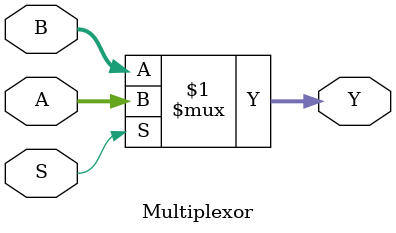
<source format=sv>
module Multiplexor (
	input logic [31:0] A,
	input logic [31:0] B,
	input logic S,
	output logic [31:0] Y
);

	assign Y = S ? A : B;
	
endmodule

</source>
